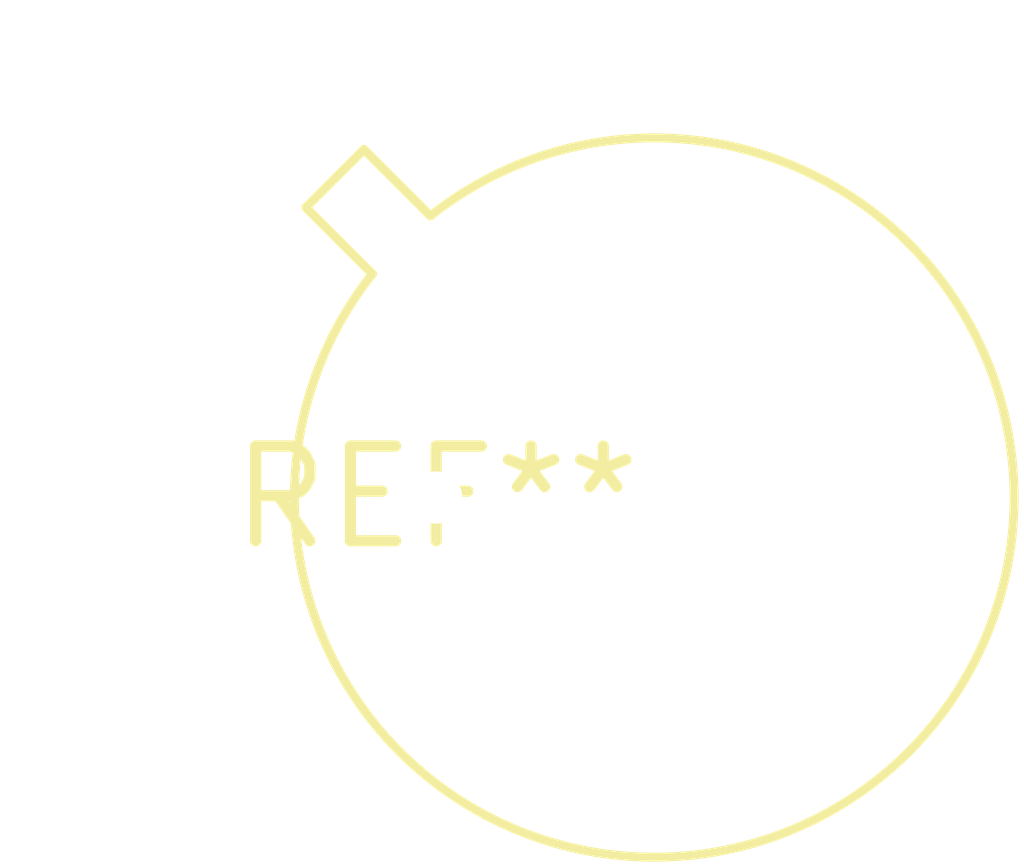
<source format=kicad_pcb>
(kicad_pcb (version 20240108) (generator pcbnew)
  (layers (0 "F.Cu" signal) (31 "B.Cu" signal) (34 "B.Paste" user) (35 "F.Paste" user) (36 "B.SilkS" user "B.Silkscreen") (37 "F.SilkS" user "F.Silkscreen") (38 "B.Mask" user) (39 "F.Mask" user) (44 "Edge.Cuts" user))
  (net 0 "")
  (footprint "TO-100-10" (layer "F.Cu") (at 0 0)
    (property "Reference" "REF**")
    (property "Value" "TO-100-10")
    (fp_line (start -1.745856 -3.888039) (end -0.854902 -2.997084) (layer "F.SilkS") (stroke (width 0.12)))
    (fp_line (start -0.968039 -4.665856) (end -1.745856 -3.888039) (layer "F.SilkS") (stroke (width 0.12)))
    (fp_line (start -0.077084 -3.774902) (end -0.968039 -4.665856) (layer "F.SilkS") (stroke (width 0.12)))
    (fp_arc (start -0.077084 -3.774902) (mid 6.328125 3.408384) (end -0.854674 -2.997371) (layer "F.SilkS") (stroke (width 0.12)))
    (pad "1" thru_hole oval (at 0 0) (size 1.6 1.2) (drill 0.7) (layers *.Cu *.Mask) (remove_unused_layers))
    (pad "2" thru_hole oval (at 0.55767 1.716333) (size 1.2 1.2) (drill 0.7) (layers *.Cu *.Mask) (remove_unused_layers))
    (pad "3" thru_hole oval (at 2.01767 2.777085) (size 1.2 1.2) (drill 0.7) (layers *.Cu *.Mask) (remove_unused_layers))
    (pad "4" thru_hole oval (at 3.82233 2.777085) (size 1.2 1.2) (drill 0.7) (layers *.Cu *.Mask) (remove_unused_layers))
    (pad "5" thru_hole oval (at 5.28233 1.716333) (size 1.2 1.2) (drill 0.7) (layers *.Cu *.Mask) (remove_unused_layers))
    (pad "6" thru_hole oval (at 5.84 0) (size 1.2 1.2) (drill 0.7) (layers *.Cu *.Mask) (remove_unused_layers))
    (pad "7" thru_hole oval (at 5.28233 -1.716333) (size 1.2 1.2) (drill 0.7) (layers *.Cu *.Mask) (remove_unused_layers))
    (pad "8" thru_hole oval (at 3.82233 -2.777085) (size 1.2 1.2) (drill 0.7) (layers *.Cu *.Mask) (remove_unused_layers))
    (pad "9" thru_hole oval (at 2.01767 -2.777085) (size 1.2 1.2) (drill 0.7) (layers *.Cu *.Mask) (remove_unused_layers))
    (pad "10" thru_hole oval (at 0.55767 -1.716333) (size 1.2 1.2) (drill 0.7) (layers *.Cu *.Mask) (remove_unused_layers))
  )
)
</source>
